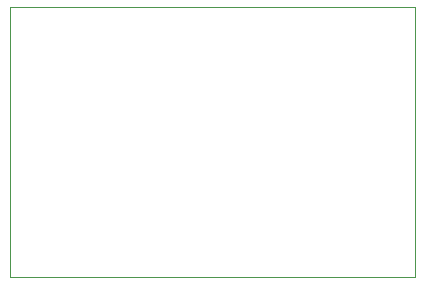
<source format=gbr>
%TF.GenerationSoftware,KiCad,Pcbnew,7.0.1*%
%TF.CreationDate,2023-03-26T17:18:12+02:00*%
%TF.ProjectId,AS4432_ANT_PMOD,41533434-3332-45f4-914e-545f504d4f44,rev?*%
%TF.SameCoordinates,Original*%
%TF.FileFunction,Profile,NP*%
%FSLAX46Y46*%
G04 Gerber Fmt 4.6, Leading zero omitted, Abs format (unit mm)*
G04 Created by KiCad (PCBNEW 7.0.1) date 2023-03-26 17:18:12*
%MOMM*%
%LPD*%
G01*
G04 APERTURE LIST*
%TA.AperFunction,Profile*%
%ADD10C,0.050000*%
%TD*%
G04 APERTURE END LIST*
D10*
X121920000Y-38100000D02*
X156210000Y-38100000D01*
X156210000Y-60960000D01*
X121920000Y-60960000D01*
X121920000Y-38100000D01*
M02*

</source>
